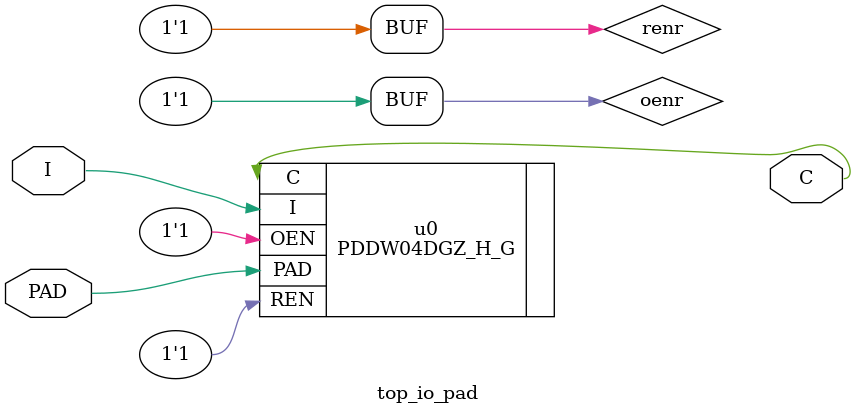
<source format=v>


//--------------------------------------------------------------------------
// Include File
//--------------------------------------------------------------------------

//--------------------------------------------------------------------------
// Module
//--------------------------------------------------------------------------
module top_io_pad(
    input  I,
    output C,
    inout  PAD
);
//--------------------------------------------------------------------------
// Ports
//--------------------------------------------------------------------------
wire oenr, renr;
assign oenr = 1'b1;
assign renr = 1'b1;

//--------------------------------------------------------------------------
// Design: timeformat system function
//--------------------------------------------------------------------------
PDDW04DGZ_H_G u0(
    .I(I),
    .OEN(oenr),
    .REN(renr),
    .PAD(PAD),
    .C(C)
);

endmodule
//--------------------------------------------------------------------------

</source>
